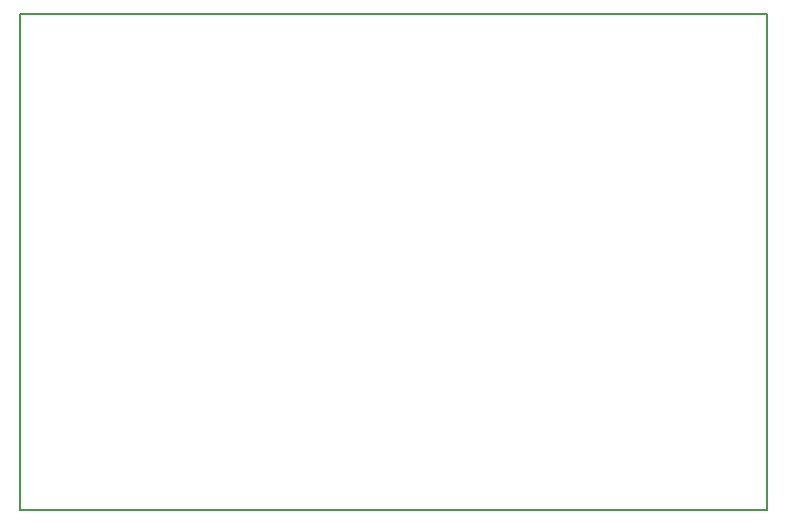
<source format=gbr>
G04 #@! TF.GenerationSoftware,KiCad,Pcbnew,(2017-08-25 revision dd37d0595)-makepkg*
G04 #@! TF.CreationDate,2018-05-27T00:49:56-04:00*
G04 #@! TF.ProjectId,Anti-Spark-Switch,416E74692D537061726B2D5377697463,rev?*
G04 #@! TF.SameCoordinates,Original*
G04 #@! TF.FileFunction,Profile,NP*
%FSLAX46Y46*%
G04 Gerber Fmt 4.6, Leading zero omitted, Abs format (unit mm)*
G04 Created by KiCad (PCBNEW (2017-08-25 revision dd37d0595)-makepkg) date 05/27/18 00:49:56*
%MOMM*%
%LPD*%
G01*
G04 APERTURE LIST*
%ADD10C,0.150000*%
G04 APERTURE END LIST*
D10*
X178940000Y-76790000D02*
X115690000Y-76790000D01*
X178940000Y-118790000D02*
X178940000Y-76790000D01*
X115690000Y-118790000D02*
X178940000Y-118790000D01*
X115690000Y-76790000D02*
X115690000Y-118790000D01*
M02*

</source>
